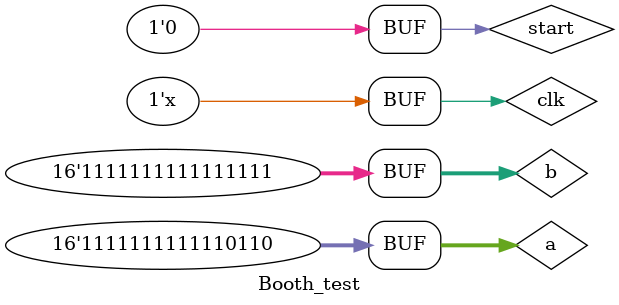
<source format=v>
`timescale 1ns / 1ps


module Booth_test;

	// Inputs
	reg clk;
	reg [15:0] a;
	reg [15:0] b;
	reg start;

	// Outputs
	wire ready;
	wire [31:0] result;

	// Instantiate the Unit Under Test (UUT)
	Booth_algorithm uut (
		.clk(clk), 
		.a(a), 
		.b(b),
		.start(start),
		.ready(ready), 
		.result(result)
	);

	initial begin
		// Initialize Inputs
		clk = 0;
		a = 4;
		b = 7;
		start = 0;
		// Wait 100 ns for global reset to finish
		#170;
		start = 1;
		#180;
		start = 0;
		#180;
		start = ~start;
		a = 1;
		#180;
		start = ~start;
		#180;
		b = -1;
		start = ~start;
		#180;
		start = ~start;
		#180;
		a = - 10;
		start = ~start;
		#180;
		start = ~start;
        
		// Add stimulus here

	end
	always #10 clk = ~clk;
endmodule


</source>
